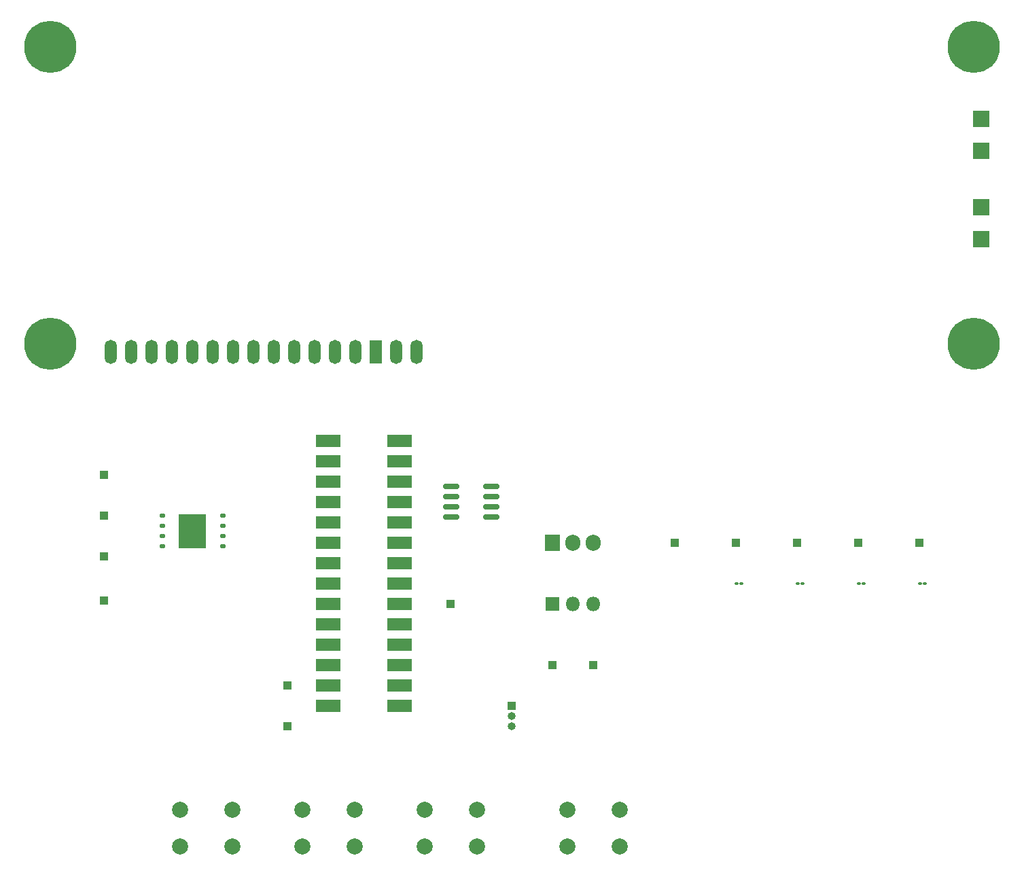
<source format=gbr>
%TF.GenerationSoftware,KiCad,Pcbnew,7.0.1*%
%TF.CreationDate,2023-06-23T23:38:44-03:00*%
%TF.ProjectId,EA075_Projeto_Final,45413037-355f-4507-926f-6a65746f5f46,rev?*%
%TF.SameCoordinates,Original*%
%TF.FileFunction,Soldermask,Top*%
%TF.FilePolarity,Negative*%
%FSLAX46Y46*%
G04 Gerber Fmt 4.6, Leading zero omitted, Abs format (unit mm)*
G04 Created by KiCad (PCBNEW 7.0.1) date 2023-06-23 23:38:44*
%MOMM*%
%LPD*%
G01*
G04 APERTURE LIST*
G04 Aperture macros list*
%AMRoundRect*
0 Rectangle with rounded corners*
0 $1 Rounding radius*
0 $2 $3 $4 $5 $6 $7 $8 $9 X,Y pos of 4 corners*
0 Add a 4 corners polygon primitive as box body*
4,1,4,$2,$3,$4,$5,$6,$7,$8,$9,$2,$3,0*
0 Add four circle primitives for the rounded corners*
1,1,$1+$1,$2,$3*
1,1,$1+$1,$4,$5*
1,1,$1+$1,$6,$7*
1,1,$1+$1,$8,$9*
0 Add four rect primitives between the rounded corners*
20,1,$1+$1,$2,$3,$4,$5,0*
20,1,$1+$1,$4,$5,$6,$7,0*
20,1,$1+$1,$6,$7,$8,$9,0*
20,1,$1+$1,$8,$9,$2,$3,0*%
G04 Aperture macros list end*
%ADD10R,1.800000X1.800000*%
%ADD11O,1.800000X1.800000*%
%ADD12R,1.000000X1.000000*%
%ADD13C,2.000000*%
%ADD14RoundRect,0.100000X-0.130000X-0.100000X0.130000X-0.100000X0.130000X0.100000X-0.130000X0.100000X0*%
%ADD15RoundRect,0.100000X0.130000X0.100000X-0.130000X0.100000X-0.130000X-0.100000X0.130000X-0.100000X0*%
%ADD16O,1.000000X1.000000*%
%ADD17R,1.905000X2.000000*%
%ADD18O,1.905000X2.000000*%
%ADD19RoundRect,0.150000X-0.825000X-0.150000X0.825000X-0.150000X0.825000X0.150000X-0.825000X0.150000X0*%
%ADD20R,3.100000X1.600000*%
%ADD21RoundRect,0.125000X0.200000X0.125000X-0.200000X0.125000X-0.200000X-0.125000X0.200000X-0.125000X0*%
%ADD22R,3.400000X4.300000*%
%ADD23C,6.500000*%
%ADD24R,1.500000X3.000000*%
%ADD25O,1.500000X3.000000*%
%ADD26R,2.000000X2.000000*%
G04 APERTURE END LIST*
D10*
%TO.C,Q1*%
X195580000Y-93980000D03*
D11*
X198120000Y-93980000D03*
X200660000Y-93980000D03*
%TD*%
D12*
%TO.C,J1*%
X139700000Y-82990000D03*
%TD*%
D13*
%TO.C,SW1*%
X149150000Y-119670000D03*
X155650000Y-119670000D03*
X149150000Y-124170000D03*
X155650000Y-124170000D03*
%TD*%
%TO.C,SW4*%
X179630000Y-119670000D03*
X186130000Y-119670000D03*
X179630000Y-124170000D03*
X186130000Y-124170000D03*
%TD*%
%TO.C,SW3*%
X197410000Y-119670000D03*
X203910000Y-119670000D03*
X197410000Y-124170000D03*
X203910000Y-124170000D03*
%TD*%
D12*
%TO.C,J3*%
X139700000Y-93590000D03*
%TD*%
D14*
%TO.C,C3*%
X226085000Y-91440000D03*
X226725000Y-91440000D03*
%TD*%
D15*
%TO.C,C2*%
X234345000Y-91440000D03*
X233705000Y-91440000D03*
%TD*%
D12*
%TO.C,J6*%
X233680000Y-86360000D03*
%TD*%
%TO.C,J2*%
X139700000Y-77910000D03*
%TD*%
%TO.C,J12*%
X226060000Y-86360000D03*
%TD*%
%TO.C,J8*%
X218440000Y-86360000D03*
%TD*%
%TO.C,J5*%
X200660000Y-101600000D03*
%TD*%
D14*
%TO.C,C1*%
X241325000Y-91440000D03*
X241965000Y-91440000D03*
%TD*%
D12*
%TO.C,J13*%
X162560000Y-104140000D03*
%TD*%
%TO.C,J4*%
X139700000Y-88070000D03*
%TD*%
D13*
%TO.C,SW2*%
X164390000Y-119670000D03*
X170890000Y-119670000D03*
X164390000Y-124170000D03*
X170890000Y-124170000D03*
%TD*%
D12*
%TO.C,J9*%
X241300000Y-86360000D03*
%TD*%
%TO.C,J14*%
X210820000Y-86360000D03*
%TD*%
%TO.C,J7*%
X195580000Y-101600000D03*
%TD*%
%TO.C,U5*%
X190500000Y-106680000D03*
D16*
X190500000Y-107950000D03*
X190500000Y-109220000D03*
%TD*%
D12*
%TO.C,J10*%
X182880000Y-93980000D03*
%TD*%
D17*
%TO.C,U6*%
X195580000Y-86360000D03*
D18*
X198120000Y-86360000D03*
X200660000Y-86360000D03*
%TD*%
D19*
%TO.C,U4*%
X182945000Y-79375000D03*
X182945000Y-80645000D03*
X182945000Y-81915000D03*
X182945000Y-83185000D03*
X187895000Y-83185000D03*
X187895000Y-81915000D03*
X187895000Y-80645000D03*
X187895000Y-79375000D03*
%TD*%
D20*
%TO.C,U2*%
X176530000Y-106680000D03*
X176530000Y-104140000D03*
X176530000Y-101600000D03*
X176530000Y-99060000D03*
X176530000Y-96520000D03*
X176530000Y-93980000D03*
X176530000Y-91440000D03*
X176530000Y-88900000D03*
X176530000Y-86360000D03*
X176530000Y-83820000D03*
X176530000Y-81280000D03*
X176530000Y-78740000D03*
X176530000Y-76200000D03*
X176530000Y-73660000D03*
X167640000Y-73660000D03*
X167640000Y-76200000D03*
X167640000Y-78740000D03*
X167640000Y-81280000D03*
X167640000Y-83820000D03*
X167640000Y-86360000D03*
X167640000Y-88900000D03*
X167640000Y-91440000D03*
X167640000Y-93980000D03*
X167640000Y-96520000D03*
X167640000Y-99060000D03*
X167640000Y-101600000D03*
X167640000Y-104140000D03*
X167640000Y-106680000D03*
%TD*%
D12*
%TO.C,J11*%
X162560000Y-109220000D03*
%TD*%
D21*
%TO.C,U3*%
X154460000Y-86800000D03*
X154460000Y-85530000D03*
X154460000Y-84260000D03*
X154460000Y-82990000D03*
X146960000Y-82990000D03*
X146960000Y-84260000D03*
X146960000Y-85530000D03*
X146960000Y-86800000D03*
D22*
X150710000Y-84895000D03*
%TD*%
D14*
%TO.C,C4*%
X218465000Y-91440000D03*
X219105000Y-91440000D03*
%TD*%
D23*
%TO.C,U1*%
X248000000Y-61537500D03*
X248000000Y-24537500D03*
X133000000Y-61537500D03*
X133000000Y-24537500D03*
D24*
X173500000Y-62537500D03*
D25*
X170960000Y-62537500D03*
X168420000Y-62537500D03*
X165880000Y-62537500D03*
X163340000Y-62537500D03*
X160800000Y-62537500D03*
X158260000Y-62537500D03*
X155720000Y-62537500D03*
X153180000Y-62537500D03*
X150640000Y-62537500D03*
X148100000Y-62537500D03*
X145560000Y-62537500D03*
X143020000Y-62537500D03*
X140480000Y-62537500D03*
X176040000Y-62537500D03*
X178580000Y-62537500D03*
D26*
X249000000Y-48537500D03*
X249000000Y-37537500D03*
X249000000Y-44537500D03*
X249000000Y-33537500D03*
%TD*%
M02*

</source>
